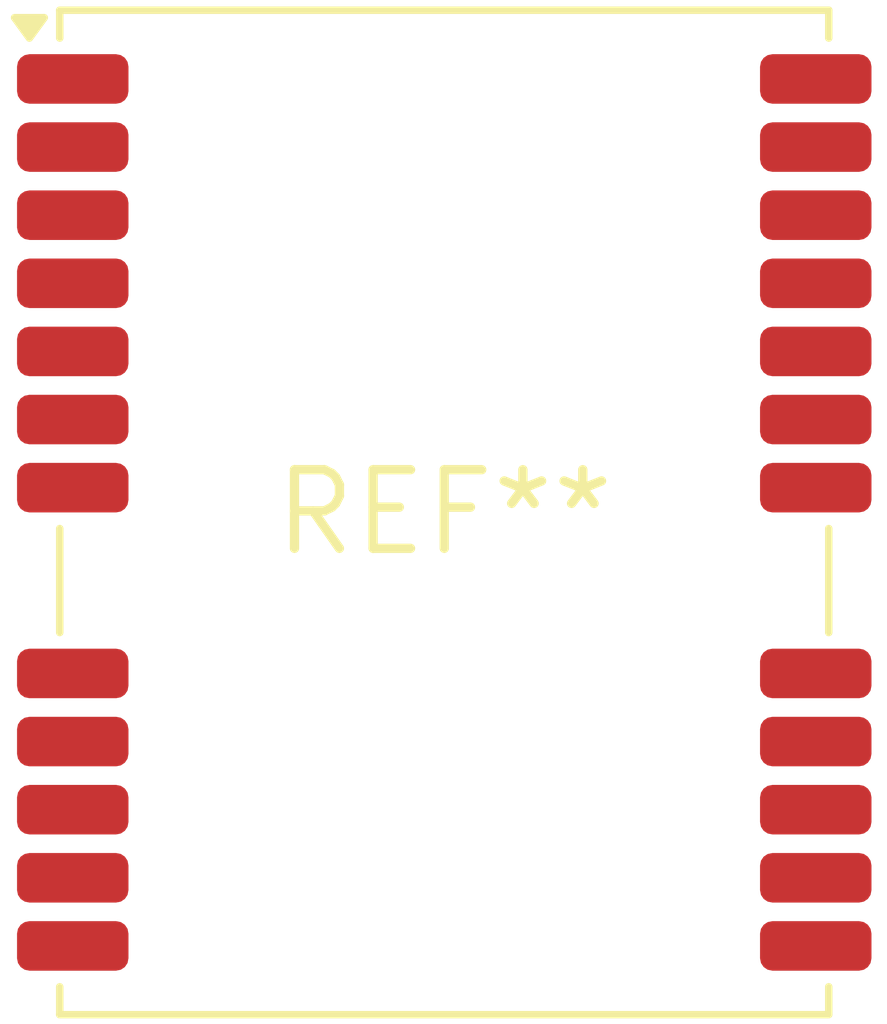
<source format=kicad_pcb>
(kicad_pcb (version 20240108) (generator pcbnew)
  (layers (0 "F.Cu" signal) (31 "B.Cu" signal) (34 "B.Paste" user) (35 "F.Paste" user) (36 "B.SilkS" user "B.Silkscreen") (37 "F.SilkS" user "F.Silkscreen") (38 "B.Mask" user) (39 "F.Mask" user) (44 "Edge.Cuts" user))
  (net 0 "")
  (footprint "ublox_NEO" (layer "F.Cu") (at 0 0)
    (property "Reference" "REF**")
    (property "Value" "ublox_NEO")
    (fp_line (start -6.21 -8.11) (end -6.21 -7.66) (layer "F.SilkS") (stroke (width 0.12)))
    (fp_line (start -6.21 -8.11) (end 6.21 -8.11) (layer "F.SilkS") (stroke (width 0.12)))
    (fp_line (start -6.21 0.26) (end -6.21 1.94) (layer "F.SilkS") (stroke (width 0.12)))
    (fp_line (start -6.21 7.66) (end -6.21 8.11) (layer "F.SilkS") (stroke (width 0.12)))
    (fp_line (start -6.21 8.11) (end 6.21 8.11) (layer "F.SilkS") (stroke (width 0.12)))
    (fp_line (start 6.21 -8.11) (end 6.21 -7.66) (layer "F.SilkS") (stroke (width 0.12)))
    (fp_line (start 6.21 0.26) (end 6.21 1.94) (layer "F.SilkS") (stroke (width 0.12)))
    (fp_line (start 6.21 7.66) (end 6.21 8.1) (layer "F.SilkS") (stroke (width 0.12)))
    (fp_poly (pts (xy -6.7 -7.66) (xy -6.94 -7.99) (xy -6.46 -7.99) (xy -6.7 -7.66)) (layer "F.SilkS") (stroke (width 0.12)) (fill solid))
    (pad "1" smd roundrect (at -6 -7) (size 1.8 0.8) (layers "F.Cu" "F.Paste" "F.Mask"))
    (pad "2" smd roundrect (at -6 -5.9) (size 1.8 0.8) (layers "F.Cu" "F.Paste" "F.Mask"))
    (pad "3" smd roundrect (at -6 -4.8) (size 1.8 0.8) (layers "F.Cu" "F.Paste" "F.Mask"))
    (pad "4" smd roundrect (at -6 -3.7) (size 1.8 0.8) (layers "F.Cu" "F.Paste" "F.Mask"))
    (pad "5" smd roundrect (at -6 -2.6) (size 1.8 0.8) (layers "F.Cu" "F.Paste" "F.Mask"))
    (pad "6" smd roundrect (at -6 -1.5) (size 1.8 0.8) (layers "F.Cu" "F.Paste" "F.Mask"))
    (pad "7" smd roundrect (at -6 -0.4) (size 1.8 0.8) (layers "F.Cu" "F.Paste" "F.Mask"))
    (pad "8" smd roundrect (at -6 2.6) (size 1.8 0.8) (layers "F.Cu" "F.Paste" "F.Mask"))
    (pad "9" smd roundrect (at -6 3.7) (size 1.8 0.8) (layers "F.Cu" "F.Paste" "F.Mask"))
    (pad "10" smd roundrect (at -6 4.8) (size 1.8 0.8) (layers "F.Cu" "F.Paste" "F.Mask"))
    (pad "11" smd roundrect (at -6 5.9) (size 1.8 0.8) (layers "F.Cu" "F.Paste" "F.Mask"))
    (pad "12" smd roundrect (at -6 7) (size 1.8 0.8) (layers "F.Cu" "F.Paste" "F.Mask"))
    (pad "13" smd roundrect (at 6 7) (size 1.8 0.8) (layers "F.Cu" "F.Paste" "F.Mask"))
    (pad "14" smd roundrect (at 6 5.9) (size 1.8 0.8) (layers "F.Cu" "F.Paste" "F.Mask"))
    (pad "15" smd roundrect (at 6 4.8) (size 1.8 0.8) (layers "F.Cu" "F.Paste" "F.Mask"))
    (pad "16" smd roundrect (at 6 3.7) (size 1.8 0.8) (layers "F.Cu" "F.Paste" "F.Mask"))
    (pad "17" smd roundrect (at 6 2.6) (size 1.8 0.8) (layers "F.Cu" "F.Paste" "F.Mask"))
    (pad "18" smd roundrect (at 6 -0.4) (size 1.8 0.8) (layers "F.Cu" "F.Paste" "F.Mask"))
    (pad "19" smd roundrect (at 6 -1.5) (size 1.8 0.8) (layers "F.Cu" "F.Paste" "F.Mask"))
    (pad "20" smd roundrect (at 6 -2.6) (size 1.8 0.8) (layers "F.Cu" "F.Paste" "F.Mask"))
    (pad "21" smd roundrect (at 6 -3.7) (size 1.8 0.8) (layers "F.Cu" "F.Paste" "F.Mask"))
    (pad "22" smd roundrect (at 6 -4.8) (size 1.8 0.8) (layers "F.Cu" "F.Paste" "F.Mask"))
    (pad "23" smd roundrect (at 6 -5.9) (size 1.8 0.8) (layers "F.Cu" "F.Paste" "F.Mask"))
    (pad "24" smd roundrect (at 6 -7) (size 1.8 0.8) (layers "F.Cu" "F.Paste" "F.Mask"))
  )
)
</source>
